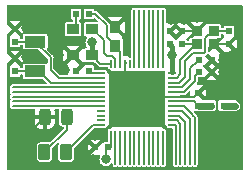
<source format=gbr>
%TF.GenerationSoftware,KiCad,Pcbnew,7.0.7*%
%TF.CreationDate,2023-11-20T17:20:15+01:00*%
%TF.ProjectId,nRF52832_qfaa_dcdc,6e524635-3238-4333-925f-716661615f64,rev?*%
%TF.SameCoordinates,Original*%
%TF.FileFunction,Copper,L1,Top*%
%TF.FilePolarity,Positive*%
%FSLAX46Y46*%
G04 Gerber Fmt 4.6, Leading zero omitted, Abs format (unit mm)*
G04 Created by KiCad (PCBNEW 7.0.7) date 2023-11-20 17:20:15*
%MOMM*%
%LPD*%
G01*
G04 APERTURE LIST*
G04 Aperture macros list*
%AMRoundRect*
0 Rectangle with rounded corners*
0 $1 Rounding radius*
0 $2 $3 $4 $5 $6 $7 $8 $9 X,Y pos of 4 corners*
0 Add a 4 corners polygon primitive as box body*
4,1,4,$2,$3,$4,$5,$6,$7,$8,$9,$2,$3,0*
0 Add four circle primitives for the rounded corners*
1,1,$1+$1,$2,$3*
1,1,$1+$1,$4,$5*
1,1,$1+$1,$6,$7*
1,1,$1+$1,$8,$9*
0 Add four rect primitives between the rounded corners*
20,1,$1+$1,$2,$3,$4,$5,0*
20,1,$1+$1,$4,$5,$6,$7,0*
20,1,$1+$1,$6,$7,$8,$9,0*
20,1,$1+$1,$8,$9,$2,$3,0*%
G04 Aperture macros list end*
%TA.AperFunction,SMDPad,CuDef*%
%ADD10RoundRect,0.250000X-0.262500X-0.450000X0.262500X-0.450000X0.262500X0.450000X-0.262500X0.450000X0*%
%TD*%
%TA.AperFunction,SMDPad,CuDef*%
%ADD11RoundRect,0.243750X-0.243750X-0.456250X0.243750X-0.456250X0.243750X0.456250X-0.243750X0.456250X0*%
%TD*%
%TA.AperFunction,ComponentPad*%
%ADD12C,0.908000*%
%TD*%
%TA.AperFunction,SMDPad,CuDef*%
%ADD13R,4.700000X4.700000*%
%TD*%
%TA.AperFunction,SMDPad,CuDef*%
%ADD14RoundRect,0.030000X-0.070000X0.295000X-0.070000X-0.295000X0.070000X-0.295000X0.070000X0.295000X0*%
%TD*%
%TA.AperFunction,SMDPad,CuDef*%
%ADD15RoundRect,0.030000X0.295000X0.070000X-0.295000X0.070000X-0.295000X-0.070000X0.295000X-0.070000X0*%
%TD*%
%TA.AperFunction,SMDPad,CuDef*%
%ADD16RoundRect,0.030000X0.070000X-0.295000X0.070000X0.295000X-0.070000X0.295000X-0.070000X-0.295000X0*%
%TD*%
%TA.AperFunction,SMDPad,CuDef*%
%ADD17RoundRect,0.030000X-0.295000X-0.070000X0.295000X-0.070000X0.295000X0.070000X-0.295000X0.070000X0*%
%TD*%
%TA.AperFunction,SMDPad,CuDef*%
%ADD18R,0.950000X0.850000*%
%TD*%
%TA.AperFunction,SMDPad,CuDef*%
%ADD19R,0.600000X0.600000*%
%TD*%
%TA.AperFunction,SMDPad,CuDef*%
%ADD20R,1.050000X0.900000*%
%TD*%
%TA.AperFunction,SMDPad,CuDef*%
%ADD21R,0.900000X1.050000*%
%TD*%
%TA.AperFunction,SMDPad,CuDef*%
%ADD22R,1.800000X1.000000*%
%TD*%
%TA.AperFunction,ViaPad*%
%ADD23C,0.800000*%
%TD*%
%TA.AperFunction,Conductor*%
%ADD24C,0.200000*%
%TD*%
%TA.AperFunction,Conductor*%
%ADD25C,0.600000*%
%TD*%
%TA.AperFunction,Conductor*%
%ADD26C,0.400000*%
%TD*%
%TA.AperFunction,Conductor*%
%ADD27C,0.150000*%
%TD*%
G04 APERTURE END LIST*
D10*
%TO.P,R1,1*%
%TO.N,Net-(D1-A)*%
X141685000Y-110490000D03*
%TO.P,R1,2*%
%TO.N,/P0.10*%
X143510000Y-110490000D03*
%TD*%
D11*
%TO.P,D1,1,K*%
%TO.N,GND*%
X141700000Y-107495000D03*
%TO.P,D1,2,A*%
%TO.N,Net-(D1-A)*%
X143575000Y-107495000D03*
%TD*%
D12*
%TO.P,U1,PAD@VIA16,VSS@45*%
%TO.N,GND*%
X151301100Y-107803600D03*
%TO.P,U1,PAD@VIA15,VSS@45*%
X151301100Y-106603600D03*
%TO.P,U1,PAD@VIA14,VSS@45*%
X151301100Y-105403600D03*
%TO.P,U1,PAD@VIA13,VSS@45*%
X151301100Y-104203600D03*
%TO.P,U1,PAD@VIA12,VSS@45*%
X150101100Y-107803600D03*
%TO.P,U1,PAD@VIA11,VSS@45*%
X150101100Y-106603600D03*
%TO.P,U1,PAD@VIA10,VSS@45*%
X150101100Y-105403600D03*
%TO.P,U1,PAD@VIA09,VSS@45*%
X150101100Y-104203600D03*
%TO.P,U1,PAD@VIA08,VSS@45*%
X148901100Y-107803600D03*
%TO.P,U1,PAD@VIA07,VSS@45*%
X148901100Y-106603600D03*
%TO.P,U1,PAD@VIA06,VSS@45*%
X148901100Y-105403600D03*
%TO.P,U1,PAD@VIA05,VSS@45*%
X148901100Y-104203600D03*
%TO.P,U1,PAD@VIA04,VSS@45*%
X147701100Y-107803600D03*
%TO.P,U1,PAD@VIA03,VSS@45*%
X147701100Y-106603600D03*
%TO.P,U1,PAD@VIA02,VSS@45*%
X147701100Y-105403600D03*
%TO.P,U1,PAD@VIA01,VSS@45*%
X147701100Y-104203600D03*
D13*
%TO.P,U1,PAD,VSS@45*%
X149501100Y-106003600D03*
D14*
%TO.P,U1,48,VDD@48*%
%TO.N,VCC*%
X147301100Y-103003600D03*
%TO.P,U1,47,DCC@47*%
%TO.N,Net-(U1-DCC@47)*%
X147701100Y-103003600D03*
%TO.P,U1,46,DEC4@46*%
%TO.N,/DEC4*%
X148101100Y-103003600D03*
%TO.P,U1,45,VSS@45*%
%TO.N,GND*%
X148501100Y-103003600D03*
%TO.P,U1,44,N.C.@44*%
%TO.N,unconnected-(U1-N.C.@44-Pad44)*%
X148901100Y-103003600D03*
%TO.P,U1,43,P0.31@43*%
%TO.N,/P0.31*%
X149301100Y-103003600D03*
%TO.P,U1,42,P0.30@42*%
%TO.N,/P0.30*%
X149701100Y-103003600D03*
%TO.P,U1,41,P0.29@41*%
%TO.N,/P0.29*%
X150101100Y-103003600D03*
%TO.P,U1,40,P0.28@40*%
%TO.N,/P0.28*%
X150501100Y-103003600D03*
%TO.P,U1,39,P0.27@39*%
%TO.N,/P0.27*%
X150901100Y-103003600D03*
%TO.P,U1,38,P0.26@38*%
%TO.N,/P0.26*%
X151301100Y-103003600D03*
%TO.P,U1,37,P0.25@37*%
%TO.N,/P0.25*%
X151701100Y-103003600D03*
D15*
%TO.P,U1,36,VDD@36*%
%TO.N,VCC*%
X152501100Y-103803600D03*
%TO.P,U1,35,XC2@35*%
%TO.N,Net-(U1-XC2@35)*%
X152501100Y-104203600D03*
%TO.P,U1,34,XC1@34*%
%TO.N,Net-(U1-XC1@34)*%
X152501100Y-104603600D03*
%TO.P,U1,33,DEC3@33*%
%TO.N,/DEC3*%
X152501100Y-105003600D03*
%TO.P,U1,32,DEC2@32*%
%TO.N,/DEC2*%
X152501100Y-105403600D03*
%TO.P,U1,31,VSS@31*%
%TO.N,GND*%
X152501100Y-105803600D03*
%TO.P,U1,30,ANT@30*%
%TO.N,Net-(U1-ANT@30)*%
X152501100Y-106203600D03*
%TO.P,U1,29,P0.24@29*%
%TO.N,/P0.24*%
X152501100Y-106603600D03*
%TO.P,U1,28,P0.23@28*%
%TO.N,/P0.23*%
X152501100Y-107003600D03*
%TO.P,U1,27,P0.22@27*%
%TO.N,/P0.22*%
X152501100Y-107403600D03*
%TO.P,U1,26,SWDIO@26*%
%TO.N,/SWDIO*%
X152501100Y-107803600D03*
%TO.P,U1,25,SWDCLK@25*%
%TO.N,/SWDCLK*%
X152501100Y-108203600D03*
D16*
%TO.P,U1,24,P0.21/RESET@24*%
%TO.N,/P0.21{slash}RESET*%
X151701100Y-109003600D03*
%TO.P,U1,23,P0.20@23*%
%TO.N,/P0.20*%
X151301100Y-109003600D03*
%TO.P,U1,22,P0.19@22*%
%TO.N,/P0.19*%
X150901100Y-109003600D03*
%TO.P,U1,21,P0.18/SWO@21*%
%TO.N,/P0.18{slash}SWO*%
X150501100Y-109003600D03*
%TO.P,U1,20,P0.17@20*%
%TO.N,/P0.17*%
X150101100Y-109003600D03*
%TO.P,U1,19,P0.16@19*%
%TO.N,/P0.16*%
X149701100Y-109003600D03*
%TO.P,U1,18,P0.15@18*%
%TO.N,/P0.15*%
X149301100Y-109003600D03*
%TO.P,U1,17,P0.14@17*%
%TO.N,/P0.14*%
X148901100Y-109003600D03*
%TO.P,U1,16,P0.13@16*%
%TO.N,/P0.13*%
X148501100Y-109003600D03*
%TO.P,U1,15,P0.12@15*%
%TO.N,/P0.12*%
X148101100Y-109003600D03*
%TO.P,U1,14,P0.11@14*%
%TO.N,/P0.11*%
X147701100Y-109003600D03*
%TO.P,U1,13,VDD@13*%
%TO.N,VCC*%
X147301100Y-109003600D03*
D17*
%TO.P,U1,12,P0.10/NFC2@12*%
%TO.N,/P0.10*%
X146501100Y-108203600D03*
%TO.P,U1,11,P0.09/NFC1@11*%
%TO.N,/P0.09*%
X146501100Y-107803600D03*
%TO.P,U1,10,P0.08@10*%
%TO.N,/P0.08*%
X146501100Y-107403600D03*
%TO.P,U1,9,P0.07@09*%
%TO.N,/P0.07*%
X146501100Y-107003600D03*
%TO.P,U1,8,P0.06@08*%
%TO.N,/P0.06*%
X146501100Y-106603600D03*
%TO.P,U1,7,P0.05/AIN3@07*%
%TO.N,/P0.05*%
X146501100Y-106203600D03*
%TO.P,U1,6,P0.04/AIN2@06*%
%TO.N,/P0.04*%
X146501100Y-105803600D03*
%TO.P,U1,5,P0.03/AIN1@05*%
%TO.N,/P0.03*%
X146501100Y-105403600D03*
%TO.P,U1,4,P0.02/AIN0@04*%
%TO.N,/P0.02*%
X146501100Y-105003600D03*
%TO.P,U1,3,P0.01/XL2@03*%
%TO.N,/P0.01{slash}XL2*%
X146501100Y-104603600D03*
%TO.P,U1,2,P0.00/XL1@02*%
%TO.N,/P0.00{slash}XL1*%
X146501100Y-104203600D03*
%TO.P,U1,1,DEC1@01*%
%TO.N,/DEC1*%
X146501100Y-103803600D03*
%TD*%
D18*
%TO.P,X1,4,4*%
%TO.N,GND*%
X156026100Y-101378600D03*
%TO.P,X1,3,3*%
%TO.N,Net-(U1-XC2@35)*%
X154576100Y-101378600D03*
%TO.P,X1,2,2*%
%TO.N,GND*%
X154576100Y-100228600D03*
%TO.P,X1,1,1*%
%TO.N,Net-(U1-XC1@34)*%
X156026100Y-100228600D03*
%TD*%
D19*
%TO.P,L1,2,2*%
%TO.N,/RF*%
X156851100Y-106553600D03*
%TO.P,L1,1,1*%
%TO.N,Net-(U1-ANT@30)*%
X155751100Y-106553600D03*
%TD*%
%TO.P,C2,2,2*%
%TO.N,GND*%
X153301100Y-100253600D03*
%TO.P,C2,1,1*%
%TO.N,Net-(U1-XC2@35)*%
X153301100Y-101353600D03*
%TD*%
%TO.P,C1,2,2*%
%TO.N,GND*%
X157301100Y-101353600D03*
%TO.P,C1,1,1*%
%TO.N,Net-(U1-XC1@34)*%
X157301100Y-100253600D03*
%TD*%
%TO.P,C3,2,2*%
%TO.N,GND*%
X154701100Y-105453600D03*
%TO.P,C3,1,1*%
%TO.N,Net-(U1-ANT@30)*%
X154701100Y-106553600D03*
%TD*%
%TO.P,C4,2,2*%
%TO.N,GND*%
X144351100Y-103603600D03*
%TO.P,C4,1,1*%
%TO.N,/DEC1*%
X145451100Y-103603600D03*
%TD*%
%TO.P,C5,2,2*%
%TO.N,GND*%
X146001100Y-110103600D03*
%TO.P,C5,1,1*%
%TO.N,VCC*%
X147101100Y-110103600D03*
%TD*%
%TO.P,C8,2,2*%
%TO.N,GND*%
X152301100Y-100253600D03*
%TO.P,C8,1,1*%
%TO.N,VCC*%
X152301100Y-101353600D03*
%TD*%
%TO.P,C6,2,2*%
%TO.N,GND*%
X155851100Y-103703600D03*
%TO.P,C6,1,1*%
%TO.N,/DEC2*%
X154751100Y-103703600D03*
%TD*%
%TO.P,C7,2,2*%
%TO.N,GND*%
X155851100Y-102703600D03*
%TO.P,C7,1,1*%
%TO.N,/DEC3*%
X154751100Y-102703600D03*
%TD*%
D20*
%TO.P,C9,2,2*%
%TO.N,GND*%
X144101100Y-102303600D03*
%TO.P,C9,1,1*%
%TO.N,VCC*%
X145701100Y-102303600D03*
%TD*%
D21*
%TO.P,C10,2,2*%
%TO.N,GND*%
X147701100Y-99903600D03*
%TO.P,C10,1,1*%
%TO.N,/DEC4*%
X147701100Y-101503600D03*
%TD*%
D22*
%TO.P,X2,2,2*%
%TO.N,/P0.01{slash}XL2*%
X140901100Y-103653600D03*
%TO.P,X2,1,1*%
%TO.N,/P0.00{slash}XL1*%
X140901100Y-101153600D03*
%TD*%
D19*
%TO.P,C11,2,2*%
%TO.N,/P0.00{slash}XL1*%
X139201100Y-101153600D03*
%TO.P,C11,1,1*%
%TO.N,GND*%
X139201100Y-100053600D03*
%TD*%
%TO.P,C12,2,2*%
%TO.N,/P0.01{slash}XL2*%
X139201100Y-103653600D03*
%TO.P,C12,1,1*%
%TO.N,GND*%
X139201100Y-102553600D03*
%TD*%
%TO.P,L3,2,2*%
%TO.N,/DEC4*%
X145451100Y-98803600D03*
%TO.P,L3,1,1*%
%TO.N,Net-(L2-Pad2)*%
X144351100Y-98803600D03*
%TD*%
D20*
%TO.P,L2,2,2*%
%TO.N,Net-(L2-Pad2)*%
X144101100Y-100103600D03*
%TO.P,L2,1,1*%
%TO.N,Net-(U1-DCC@47)*%
X145701100Y-100103600D03*
%TD*%
D23*
%TO.N,VCC*%
X152501100Y-102303600D03*
X145701100Y-101203600D03*
X146901100Y-111103600D03*
%TO.N,GND*%
X139401100Y-109103600D03*
X139401100Y-111103600D03*
X144901100Y-110103600D03*
X155201100Y-111103600D03*
X157601100Y-111103600D03*
X155201100Y-108303600D03*
X157601100Y-98903600D03*
X143301100Y-98903600D03*
X139401100Y-98903600D03*
X157101100Y-105603600D03*
X157101100Y-107603600D03*
X146001100Y-109103600D03*
X145801100Y-111103600D03*
X153501100Y-99303600D03*
X154601100Y-99103600D03*
X157601100Y-102303600D03*
X143401100Y-103503600D03*
X156801100Y-103703600D03*
X156801100Y-102703600D03*
X152401100Y-99303600D03*
X142901100Y-102303600D03*
X140101100Y-100003600D03*
X140101100Y-102403600D03*
%TD*%
D24*
%TO.N,GND*%
X141700000Y-107495000D02*
X140091400Y-109103600D01*
X140091400Y-109103600D02*
X139401100Y-109103600D01*
%TO.N,Net-(D1-A)*%
X143575000Y-107495000D02*
X143575000Y-108600000D01*
X143575000Y-108600000D02*
X141685000Y-110490000D01*
%TO.N,/P0.10*%
X145796400Y-108203600D02*
X143510000Y-110490000D01*
X146501100Y-108203600D02*
X145796400Y-108203600D01*
%TO.N,Net-(U1-DCC@47)*%
X146701100Y-101003600D02*
X145701100Y-100103600D01*
X146701100Y-102103600D02*
X146701100Y-101003600D01*
X146951100Y-102353600D02*
X146701100Y-102103600D01*
X147401100Y-102353600D02*
X146951100Y-102353600D01*
X147701100Y-102603600D02*
X147401100Y-102353600D01*
X147701100Y-103003600D02*
X147701100Y-102603600D01*
%TO.N,Net-(L2-Pad2)*%
X144351100Y-100103600D02*
X144101100Y-100103600D01*
X144351100Y-98803600D02*
X144351100Y-100103600D01*
D25*
%TO.N,/RF*%
X156851100Y-106553600D02*
X157801100Y-106553600D01*
D26*
%TO.N,VCC*%
X145701100Y-101203600D02*
X145701100Y-102303600D01*
X152501100Y-101553600D02*
X152501100Y-102303600D01*
X152301100Y-101353600D02*
X152501100Y-101553600D01*
D24*
X146901100Y-110103600D02*
X146901100Y-111103600D01*
X147101100Y-110103600D02*
X146901100Y-110103600D01*
X147301100Y-110103600D02*
X147101100Y-110103600D01*
X147301100Y-109003600D02*
X147301100Y-110103600D01*
D26*
X152501100Y-102303600D02*
X152501100Y-103703600D01*
D24*
X152501100Y-103803600D02*
X152501100Y-103703600D01*
X146401100Y-103003600D02*
X145701100Y-102303600D01*
X147301100Y-103003600D02*
X146401100Y-103003600D01*
%TO.N,/SWDIO*%
X153201100Y-108103600D02*
X153201100Y-111503600D01*
X152901100Y-107803600D02*
X153201100Y-108103600D01*
X152501100Y-107803600D02*
X152901100Y-107803600D01*
%TO.N,/SWDCLK*%
X152801100Y-108303600D02*
X152801100Y-111503600D01*
X152701100Y-108203600D02*
X152801100Y-108303600D01*
X152501100Y-108203600D02*
X152701100Y-108203600D01*
%TO.N,/P0.01{slash}XL2*%
X142201100Y-104603600D02*
X146501100Y-104603600D01*
X141501100Y-103903600D02*
X142201100Y-104603600D01*
X141151100Y-103903600D02*
X141501100Y-103903600D01*
X140901100Y-103653600D02*
X141151100Y-103903600D01*
X140901100Y-103653600D02*
X139201100Y-103653600D01*
%TO.N,/P0.00{slash}XL1*%
X142201100Y-102453600D02*
X140901100Y-101153600D01*
X142201100Y-103503600D02*
X142201100Y-102453600D01*
X142901100Y-104203600D02*
X142201100Y-103503600D01*
X146501100Y-104203600D02*
X142901100Y-104203600D01*
X140901100Y-101153600D02*
X139201100Y-101153600D01*
%TO.N,/P0.21{slash}RESET*%
X151701100Y-109003600D02*
X151701100Y-111503600D01*
%TO.N,/P0.20*%
X151301100Y-109003600D02*
X151301100Y-111503600D01*
%TO.N,/P0.19*%
X150901100Y-109003600D02*
X150901100Y-111503600D01*
%TO.N,/P0.18{slash}SWO*%
X150501100Y-109003600D02*
X150501100Y-111503600D01*
%TO.N,/P0.17*%
X150101100Y-109003600D02*
X150101100Y-111503600D01*
%TO.N,/P0.16*%
X149701100Y-109003600D02*
X149701100Y-111503600D01*
%TO.N,/P0.15*%
X149301100Y-109003600D02*
X149301100Y-111503600D01*
%TO.N,/P0.14*%
X148901100Y-109003600D02*
X148901100Y-111503600D01*
%TO.N,/P0.13*%
X148501100Y-109003600D02*
X148501100Y-111503600D01*
%TO.N,/P0.12*%
X148101100Y-109003600D02*
X148101100Y-111503600D01*
%TO.N,/P0.11*%
X147701100Y-109003600D02*
X147701100Y-111503600D01*
%TO.N,/P0.06*%
X146501100Y-106603600D02*
X139001100Y-106603600D01*
%TO.N,/P0.05*%
X146501100Y-106203600D02*
X139001100Y-106203600D01*
%TO.N,/P0.04*%
X146501100Y-105803600D02*
X139001100Y-105803600D01*
%TO.N,/P0.03*%
X146501100Y-105403600D02*
X139001100Y-105403600D01*
%TO.N,/P0.02*%
X146501100Y-105003600D02*
X139001100Y-105003600D01*
%TO.N,/P0.22*%
X153601100Y-107903600D02*
X153601100Y-111503600D01*
X153101100Y-107403600D02*
X153601100Y-107903600D01*
X152501100Y-107403600D02*
X153101100Y-107403600D01*
%TO.N,/P0.23*%
X154001100Y-107703600D02*
X154001100Y-111503600D01*
X153401100Y-107103600D02*
X154001100Y-107703600D01*
X153301100Y-107003600D02*
X152501100Y-107003600D01*
X153401100Y-107103600D02*
X153301100Y-107003600D01*
%TO.N,/P0.24*%
X154401100Y-107503600D02*
X154401100Y-111503600D01*
X154301100Y-107403600D02*
X154401100Y-107503600D01*
X154201100Y-107303600D02*
X154301100Y-107403600D01*
X153501100Y-106603600D02*
X154201100Y-107303600D01*
X152501100Y-106603600D02*
X153501100Y-106603600D01*
%TO.N,/P0.25*%
X151701100Y-103003600D02*
X151701100Y-98503600D01*
%TO.N,/P0.26*%
X151301100Y-103003600D02*
X151301100Y-98503600D01*
%TO.N,/P0.27*%
X150901100Y-103003600D02*
X150901100Y-98503600D01*
%TO.N,/P0.28*%
X150501100Y-103003600D02*
X150501100Y-98503600D01*
%TO.N,/P0.29*%
X150101100Y-103003600D02*
X150101100Y-98503600D01*
%TO.N,/P0.30*%
X149701100Y-103003600D02*
X149701100Y-98503600D01*
%TO.N,/P0.31*%
X149301100Y-103003600D02*
X149301100Y-98503600D01*
D27*
%TO.N,Net-(U1-XC1@34)*%
X155926100Y-100228600D02*
X156026100Y-100228600D01*
X155301100Y-100853600D02*
X155926100Y-100228600D01*
X155301100Y-102003600D02*
X155301100Y-100853600D01*
D24*
X155201100Y-102103600D02*
X155301100Y-102003600D01*
X154301100Y-102103600D02*
X155201100Y-102103600D01*
X153601100Y-102803600D02*
X154301100Y-102103600D01*
X153601100Y-103303600D02*
X153601100Y-102803600D01*
X153601100Y-104103600D02*
X153601100Y-103303600D01*
X153501100Y-104203600D02*
X153601100Y-104103600D01*
X153101100Y-104603600D02*
X153501100Y-104203600D01*
X152501100Y-104603600D02*
X153101100Y-104603600D01*
X156051100Y-100253600D02*
X156026100Y-100228600D01*
X157301100Y-100253600D02*
X156051100Y-100253600D01*
%TO.N,Net-(U1-XC2@35)*%
X153201100Y-102653600D02*
X154501100Y-101353600D01*
X153201100Y-103103600D02*
X153201100Y-102653600D01*
X154551100Y-101353600D02*
X154576100Y-101378600D01*
X154501100Y-101353600D02*
X154551100Y-101353600D01*
X153301100Y-101353600D02*
X154501100Y-101353600D01*
X153201100Y-103903600D02*
X153201100Y-103103600D01*
X152901100Y-104203600D02*
X153201100Y-103903600D01*
X152501100Y-104203600D02*
X152901100Y-104203600D01*
%TO.N,Net-(U1-ANT@30)*%
X154751100Y-106553600D02*
X154701100Y-106553600D01*
D25*
X155751100Y-106553600D02*
X154751100Y-106553600D01*
D24*
X154351100Y-106203600D02*
X154701100Y-106553600D01*
X152501100Y-106203600D02*
X154351100Y-106203600D01*
%TO.N,/DEC2*%
X154401100Y-104053600D02*
X154751100Y-103703600D01*
X154401100Y-104303600D02*
X154401100Y-104053600D01*
X154401100Y-104503600D02*
X154401100Y-104303600D01*
X154101100Y-104803600D02*
X154401100Y-104503600D01*
X153501100Y-105403600D02*
X154101100Y-104803600D01*
X152501100Y-105403600D02*
X153501100Y-105403600D01*
%TO.N,/DEC3*%
X154651100Y-102753600D02*
X154751100Y-102703600D01*
X154001100Y-103403600D02*
X154651100Y-102753600D01*
X154001100Y-104303600D02*
X154001100Y-103403600D01*
X153701100Y-104603600D02*
X154001100Y-104303600D01*
X153301100Y-105003600D02*
X153701100Y-104603600D01*
X152501100Y-105003600D02*
X153301100Y-105003600D01*
%TO.N,/DEC4*%
X146951100Y-100753600D02*
X147701100Y-101503600D01*
X146951100Y-100553600D02*
X146951100Y-100753600D01*
X146951100Y-99753600D02*
X146951100Y-100553600D01*
X146001100Y-98803600D02*
X146951100Y-99753600D01*
X145451100Y-98803600D02*
X146001100Y-98803600D01*
X148101100Y-102003600D02*
X147701100Y-101503600D01*
X148101100Y-103003600D02*
X148101100Y-102003600D01*
%TO.N,/DEC1*%
X145651100Y-103803600D02*
X145451100Y-103603600D01*
X146501100Y-103803600D02*
X145651100Y-103803600D01*
%TO.N,GND*%
X144351100Y-102553600D02*
X144101100Y-102303600D01*
X154551100Y-100253600D02*
X154576100Y-100228600D01*
X153301100Y-100253600D02*
X154551100Y-100253600D01*
X156051100Y-101353600D02*
X156026100Y-101378600D01*
X157301100Y-101353600D02*
X156051100Y-101353600D01*
X154351100Y-105803600D02*
X154701100Y-105453600D01*
X152501100Y-105803600D02*
X154351100Y-105803600D01*
X148501100Y-103003600D02*
X148501100Y-104203600D01*
X149345809Y-105983155D02*
X149501100Y-106003600D01*
X149201100Y-105923215D02*
X149345809Y-105983155D01*
X149076836Y-105827864D02*
X149201100Y-105923215D01*
X148981485Y-105703600D02*
X149076836Y-105827864D01*
X148921545Y-105558891D02*
X148981485Y-105703600D01*
X148901100Y-105403600D02*
X148921545Y-105558891D01*
X148901100Y-105403600D02*
X148901100Y-105403600D01*
X147701100Y-107803600D02*
X147701100Y-106603600D01*
X151301100Y-107803600D02*
X150101100Y-107803600D01*
X147701100Y-107803600D02*
X148901100Y-107803600D01*
X150101100Y-106603600D02*
X151301100Y-106603600D01*
X148901100Y-106603600D02*
X150101100Y-106603600D01*
X147701100Y-106603600D02*
X148901100Y-106603600D01*
X151301100Y-106603600D02*
X151301100Y-107803600D01*
X151406872Y-106418955D02*
X151301100Y-106603600D01*
X151399410Y-106310731D02*
X151406872Y-106418955D01*
X151351100Y-106213600D02*
X151399410Y-106310731D01*
X151351100Y-106213600D02*
X151351100Y-106213600D01*
X151351100Y-105813600D02*
X151351100Y-106213600D01*
X151301100Y-104203600D02*
X151301100Y-105403600D01*
X150101100Y-105403600D02*
X151301100Y-105403600D01*
X148901100Y-105403600D02*
X150101100Y-105403600D01*
X147701100Y-105403600D02*
X148901100Y-105403600D01*
X150101100Y-104203600D02*
X151301100Y-104203600D01*
X148901100Y-104203600D02*
X150101100Y-104203600D01*
X148501100Y-104203600D02*
X148901100Y-104203600D01*
X147701100Y-104203600D02*
X148501100Y-104203600D01*
X148686750Y-104181087D02*
X148901100Y-104203600D01*
X148602267Y-104110835D02*
X148686750Y-104181087D01*
X148551100Y-104013600D02*
X148602267Y-104110835D01*
X148551100Y-104013600D02*
X148551100Y-104013600D01*
X151241186Y-105618955D02*
X151301100Y-105403600D01*
X151276784Y-105727209D02*
X151241186Y-105618955D01*
X151351100Y-105813600D02*
X151276784Y-105727209D01*
X151351100Y-105813600D02*
X151351100Y-105813600D01*
X152501100Y-105803600D02*
X151351100Y-105813600D01*
%TD*%
%TA.AperFunction,Conductor*%
%TO.N,GND*%
G36*
X154019545Y-105325893D02*
G01*
X154048579Y-105367357D01*
X154051100Y-105386510D01*
X154051100Y-105786817D01*
X154061012Y-105854849D01*
X154061755Y-105857252D01*
X154061655Y-105859263D01*
X154061841Y-105860536D01*
X154061591Y-105860572D01*
X154059258Y-105907809D01*
X154024847Y-105944933D01*
X153991054Y-105953100D01*
X153250100Y-105953100D01*
X153202534Y-105935787D01*
X153177224Y-105891950D01*
X153176100Y-105879100D01*
X153176099Y-105728100D01*
X153193411Y-105680534D01*
X153237249Y-105655224D01*
X153250099Y-105654100D01*
X153469138Y-105654100D01*
X153483574Y-105655521D01*
X153501100Y-105659008D01*
X153598841Y-105639566D01*
X153628636Y-105619657D01*
X153681701Y-105584201D01*
X153691633Y-105569334D01*
X153700827Y-105558131D01*
X153924776Y-105334182D01*
X153970650Y-105312792D01*
X154019545Y-105325893D01*
G37*
%TD.AperFunction*%
%TA.AperFunction,Conductor*%
G36*
X148619045Y-102830713D02*
G01*
X148648079Y-102872178D01*
X148650600Y-102891330D01*
X148650600Y-102964868D01*
X148633287Y-103012434D01*
X148628926Y-103017194D01*
X148553425Y-103092694D01*
X148507548Y-103114086D01*
X148458654Y-103100985D01*
X148448773Y-103092694D01*
X148412004Y-103055925D01*
X148390612Y-103010049D01*
X148403713Y-102961154D01*
X148412004Y-102951273D01*
X148524274Y-102839004D01*
X148570151Y-102817612D01*
X148619045Y-102830713D01*
G37*
%TD.AperFunction*%
%TA.AperFunction,Conductor*%
G36*
X158449166Y-98046413D02*
G01*
X158474476Y-98090250D01*
X158475600Y-98103100D01*
X158475600Y-111904100D01*
X158458287Y-111951666D01*
X158414450Y-111976976D01*
X158401600Y-111978100D01*
X138600600Y-111978100D01*
X138553034Y-111960787D01*
X138527724Y-111916950D01*
X138526600Y-111904100D01*
X138526600Y-107670000D01*
X140862501Y-107670000D01*
X140862501Y-107990161D01*
X140877782Y-108106247D01*
X140877783Y-108106251D01*
X140937610Y-108250686D01*
X141032783Y-108374716D01*
X141156812Y-108469888D01*
X141301250Y-108529717D01*
X141417338Y-108544999D01*
X141524999Y-108544999D01*
X141525000Y-108544998D01*
X141525000Y-107670000D01*
X141875000Y-107670000D01*
X141875000Y-108544999D01*
X141982661Y-108544999D01*
X142098747Y-108529717D01*
X142098751Y-108529716D01*
X142243186Y-108469889D01*
X142367216Y-108374716D01*
X142462388Y-108250687D01*
X142522217Y-108106249D01*
X142537500Y-107990161D01*
X142537500Y-107670000D01*
X141875000Y-107670000D01*
X141525000Y-107670000D01*
X140862501Y-107670000D01*
X138526600Y-107670000D01*
X138526600Y-106603600D01*
X138745692Y-106603600D01*
X138765134Y-106701340D01*
X138820499Y-106784201D01*
X138903360Y-106839566D01*
X138976426Y-106854100D01*
X140797306Y-106854100D01*
X140844872Y-106871413D01*
X140870182Y-106915250D01*
X140870673Y-106937759D01*
X140862500Y-106999838D01*
X140862500Y-107320000D01*
X142537499Y-107320000D01*
X142537499Y-106999838D01*
X142529327Y-106937758D01*
X142540284Y-106888339D01*
X142580443Y-106857525D01*
X142602694Y-106854100D01*
X142874688Y-106854100D01*
X142922254Y-106871413D01*
X142947564Y-106915250D01*
X142947777Y-106939676D01*
X142937000Y-107007723D01*
X142937000Y-107982276D01*
X142951622Y-108074598D01*
X143008318Y-108185871D01*
X143096628Y-108274181D01*
X143147211Y-108299954D01*
X143207902Y-108330878D01*
X143262076Y-108339458D01*
X143306348Y-108363998D01*
X143324489Y-108411255D01*
X143324500Y-108412547D01*
X143324500Y-108465586D01*
X143307187Y-108513152D01*
X143302826Y-108517912D01*
X142172814Y-109647924D01*
X142126938Y-109669316D01*
X142086892Y-109661532D01*
X142072805Y-109654354D01*
X141979019Y-109639500D01*
X141390980Y-109639500D01*
X141297195Y-109654353D01*
X141297193Y-109654354D01*
X141184157Y-109711950D01*
X141094451Y-109801656D01*
X141036853Y-109914698D01*
X141022000Y-110008480D01*
X141022000Y-110971519D01*
X141036853Y-111065304D01*
X141036854Y-111065306D01*
X141078620Y-111147274D01*
X141094450Y-111178342D01*
X141184158Y-111268050D01*
X141297196Y-111325646D01*
X141390981Y-111340500D01*
X141979018Y-111340499D01*
X141979019Y-111340499D01*
X142072804Y-111325646D01*
X142072806Y-111325645D01*
X142074919Y-111324567D01*
X142185842Y-111268050D01*
X142275550Y-111178342D01*
X142333146Y-111065304D01*
X142348000Y-110971519D01*
X142347999Y-110211911D01*
X142365312Y-110164346D01*
X142369662Y-110159597D01*
X142788378Y-109740881D01*
X142834253Y-109719490D01*
X142883148Y-109732591D01*
X142912182Y-109774055D01*
X142907770Y-109824482D01*
X142906638Y-109826803D01*
X142861853Y-109914698D01*
X142847000Y-110008480D01*
X142847000Y-110971519D01*
X142861853Y-111065304D01*
X142861854Y-111065306D01*
X142903620Y-111147274D01*
X142919450Y-111178342D01*
X143009158Y-111268050D01*
X143122196Y-111325646D01*
X143215981Y-111340500D01*
X143804018Y-111340499D01*
X143804019Y-111340499D01*
X143897804Y-111325646D01*
X143897806Y-111325645D01*
X143899919Y-111324568D01*
X144010842Y-111268050D01*
X144100550Y-111178342D01*
X144158146Y-111065304D01*
X144173000Y-110971519D01*
X144173000Y-110744787D01*
X145607399Y-110744787D01*
X145667881Y-110753599D01*
X146336996Y-110753599D01*
X146336996Y-110754404D01*
X146382886Y-110767433D01*
X146411301Y-110809325D01*
X146407913Y-110855732D01*
X146364769Y-110959891D01*
X146345850Y-111103599D01*
X146364769Y-111247308D01*
X146403370Y-111340499D01*
X146420239Y-111381225D01*
X146508479Y-111496221D01*
X146623475Y-111584461D01*
X146757391Y-111639930D01*
X146901100Y-111658850D01*
X147044809Y-111639930D01*
X147178725Y-111584461D01*
X147293721Y-111496221D01*
X147317893Y-111464719D01*
X147360583Y-111437522D01*
X147410769Y-111444129D01*
X147444967Y-111481449D01*
X147450600Y-111509768D01*
X147450600Y-111528274D01*
X147465133Y-111601340D01*
X147465134Y-111601340D01*
X147503559Y-111658849D01*
X147520499Y-111684201D01*
X147603360Y-111739566D01*
X147701100Y-111759008D01*
X147798840Y-111739566D01*
X147859990Y-111698707D01*
X147909156Y-111686677D01*
X147942208Y-111698706D01*
X148003360Y-111739566D01*
X148101100Y-111759008D01*
X148198840Y-111739566D01*
X148259990Y-111698707D01*
X148309156Y-111686677D01*
X148342208Y-111698706D01*
X148403360Y-111739566D01*
X148501100Y-111759008D01*
X148598840Y-111739566D01*
X148659990Y-111698707D01*
X148709156Y-111686677D01*
X148742208Y-111698706D01*
X148803360Y-111739566D01*
X148901100Y-111759008D01*
X148998840Y-111739566D01*
X149059990Y-111698707D01*
X149109156Y-111686677D01*
X149142208Y-111698706D01*
X149203360Y-111739566D01*
X149301100Y-111759008D01*
X149398840Y-111739566D01*
X149459990Y-111698707D01*
X149509156Y-111686677D01*
X149542208Y-111698706D01*
X149603360Y-111739566D01*
X149701100Y-111759008D01*
X149798840Y-111739566D01*
X149859990Y-111698707D01*
X149909156Y-111686677D01*
X149942208Y-111698706D01*
X150003360Y-111739566D01*
X150101100Y-111759008D01*
X150198840Y-111739566D01*
X150259990Y-111698707D01*
X150309156Y-111686677D01*
X150342208Y-111698706D01*
X150403360Y-111739566D01*
X150501100Y-111759008D01*
X150598840Y-111739566D01*
X150659990Y-111698707D01*
X150709156Y-111686677D01*
X150742208Y-111698706D01*
X150803360Y-111739566D01*
X150901100Y-111759008D01*
X150998840Y-111739566D01*
X151059990Y-111698707D01*
X151109156Y-111686677D01*
X151142208Y-111698706D01*
X151203360Y-111739566D01*
X151301100Y-111759008D01*
X151398840Y-111739566D01*
X151459990Y-111698707D01*
X151509156Y-111686677D01*
X151542208Y-111698706D01*
X151603360Y-111739566D01*
X151701100Y-111759008D01*
X151798840Y-111739566D01*
X151881701Y-111684201D01*
X151937066Y-111601340D01*
X151951600Y-111528274D01*
X151951600Y-108978926D01*
X151951600Y-108972968D01*
X151951599Y-108972954D01*
X151951599Y-108690827D01*
X151951599Y-108690824D01*
X151941127Y-108638172D01*
X151901233Y-108578467D01*
X151841528Y-108538573D01*
X151841518Y-108538571D01*
X151797455Y-108529806D01*
X151759567Y-108509554D01*
X149501100Y-106251087D01*
X147242629Y-108509556D01*
X147204738Y-108529808D01*
X147160673Y-108538571D01*
X147100968Y-108578466D01*
X147100966Y-108578468D01*
X147061073Y-108638171D01*
X147050600Y-108690823D01*
X147050600Y-109579100D01*
X147033287Y-109626666D01*
X146989450Y-109651976D01*
X146976600Y-109653100D01*
X146786280Y-109653100D01*
X146771646Y-109656011D01*
X146742376Y-109661833D01*
X146691178Y-109696042D01*
X146644794Y-109707391D01*
X146001100Y-110351087D01*
X145607399Y-110744787D01*
X144173000Y-110744787D01*
X144172999Y-110436810D01*
X145351100Y-110436810D01*
X145351102Y-110436824D01*
X145359912Y-110497299D01*
X145753612Y-110103599D01*
X145359912Y-109709899D01*
X145351100Y-109770376D01*
X145351100Y-110436810D01*
X144172999Y-110436810D01*
X144172999Y-110211910D01*
X144190312Y-110164345D01*
X144194661Y-110159597D01*
X144891846Y-109462412D01*
X145607399Y-109462412D01*
X146001099Y-109856112D01*
X146394799Y-109462412D01*
X146334318Y-109453600D01*
X145667889Y-109453600D01*
X145667875Y-109453602D01*
X145607399Y-109462412D01*
X144891846Y-109462412D01*
X145878485Y-108475774D01*
X145924363Y-108454382D01*
X145930812Y-108454100D01*
X146534386Y-108454100D01*
X146534394Y-108454099D01*
X146813872Y-108454099D01*
X146813876Y-108454099D01*
X146866528Y-108443627D01*
X146926233Y-108403733D01*
X146966127Y-108344028D01*
X146974893Y-108299954D01*
X146995146Y-108262065D01*
X149253613Y-106003599D01*
X146995143Y-103745130D01*
X146974891Y-103707240D01*
X146966127Y-103663172D01*
X146966127Y-103663171D01*
X146946179Y-103633319D01*
X146926233Y-103603467D01*
X146866528Y-103563573D01*
X146813877Y-103553100D01*
X146813875Y-103553100D01*
X145975600Y-103553100D01*
X145928034Y-103535787D01*
X145902724Y-103491950D01*
X145901600Y-103479100D01*
X145901600Y-103288780D01*
X145896895Y-103265129D01*
X145892867Y-103244878D01*
X145859604Y-103195096D01*
X145843298Y-103184201D01*
X145809822Y-103161833D01*
X145791191Y-103158127D01*
X145765920Y-103153100D01*
X145136280Y-103153100D01*
X145121645Y-103156011D01*
X145092376Y-103161833D01*
X145041178Y-103196042D01*
X144994794Y-103207391D01*
X144403425Y-103798760D01*
X144357548Y-103820152D01*
X144308654Y-103807051D01*
X144298773Y-103798760D01*
X144155938Y-103655925D01*
X144134546Y-103610049D01*
X144147647Y-103561154D01*
X144155938Y-103551273D01*
X144628608Y-103078599D01*
X144101100Y-102551087D01*
X143548587Y-103103598D01*
X143548587Y-103103599D01*
X143641208Y-103103599D01*
X143688774Y-103120912D01*
X143714084Y-103164749D01*
X143711910Y-103199443D01*
X143711013Y-103202345D01*
X143701100Y-103270376D01*
X143701100Y-103270387D01*
X143701101Y-103879100D01*
X143683788Y-103926666D01*
X143639951Y-103951976D01*
X143627101Y-103953100D01*
X143035512Y-103953100D01*
X142987946Y-103935787D01*
X142983186Y-103931426D01*
X142473274Y-103421514D01*
X142451882Y-103375638D01*
X142451600Y-103369188D01*
X142451600Y-102786818D01*
X143226100Y-102786818D01*
X143236010Y-102854843D01*
X143236012Y-102854850D01*
X143257797Y-102899413D01*
X143853611Y-102303600D01*
X144348587Y-102303600D01*
X144944400Y-102899413D01*
X144951582Y-102884723D01*
X144988026Y-102849593D01*
X145038525Y-102846108D01*
X145060758Y-102859218D01*
X145061536Y-102858055D01*
X145067596Y-102862104D01*
X145117378Y-102895367D01*
X145161280Y-102904100D01*
X145916688Y-102904100D01*
X145964254Y-102921413D01*
X145969014Y-102925774D01*
X146201367Y-103158127D01*
X146210566Y-103169335D01*
X146220499Y-103184201D01*
X146303360Y-103239566D01*
X146376426Y-103254100D01*
X146376427Y-103254100D01*
X146401100Y-103259008D01*
X146416941Y-103255856D01*
X146418625Y-103255522D01*
X146433062Y-103254100D01*
X146977484Y-103254100D01*
X147025050Y-103271413D01*
X147050063Y-103313666D01*
X147050601Y-103316371D01*
X147050601Y-103316376D01*
X147061073Y-103369028D01*
X147100967Y-103428733D01*
X147160672Y-103468627D01*
X147204743Y-103477393D01*
X147242632Y-103497645D01*
X152007055Y-108262068D01*
X152027307Y-108299959D01*
X152036071Y-108344026D01*
X152050073Y-108364981D01*
X152075967Y-108403733D01*
X152135672Y-108443627D01*
X152188323Y-108454100D01*
X152470454Y-108454099D01*
X152470468Y-108454100D01*
X152476426Y-108454100D01*
X152476600Y-108454100D01*
X152478088Y-108454641D01*
X152480919Y-108454843D01*
X152480926Y-108454844D01*
X152480813Y-108455633D01*
X152524166Y-108471413D01*
X152549476Y-108515250D01*
X152550600Y-108528099D01*
X152550600Y-111528274D01*
X152565133Y-111601340D01*
X152565134Y-111601340D01*
X152603559Y-111658849D01*
X152620499Y-111684201D01*
X152703360Y-111739566D01*
X152801100Y-111759008D01*
X152898840Y-111739566D01*
X152959990Y-111698707D01*
X153009156Y-111686677D01*
X153042208Y-111698706D01*
X153103360Y-111739566D01*
X153201100Y-111759008D01*
X153298840Y-111739566D01*
X153359990Y-111698707D01*
X153409156Y-111686677D01*
X153442208Y-111698706D01*
X153503360Y-111739566D01*
X153601100Y-111759008D01*
X153698840Y-111739566D01*
X153759990Y-111698707D01*
X153809156Y-111686677D01*
X153842208Y-111698706D01*
X153903360Y-111739566D01*
X154001100Y-111759008D01*
X154098840Y-111739566D01*
X154159990Y-111698707D01*
X154209156Y-111686677D01*
X154242208Y-111698706D01*
X154303360Y-111739566D01*
X154401100Y-111759008D01*
X154498840Y-111739566D01*
X154581701Y-111684201D01*
X154637066Y-111601340D01*
X154651600Y-111528274D01*
X154651600Y-107535561D01*
X154653022Y-107521123D01*
X154656508Y-107503600D01*
X154637066Y-107405859D01*
X154605761Y-107359008D01*
X154581701Y-107322999D01*
X154566835Y-107313066D01*
X154555627Y-107303867D01*
X154471191Y-107219431D01*
X154471191Y-107219430D01*
X154455360Y-107203599D01*
X154382185Y-107130425D01*
X154360794Y-107084550D01*
X154373895Y-107035656D01*
X154415359Y-107006622D01*
X154434512Y-107004100D01*
X156065919Y-107004100D01*
X156065920Y-107004100D01*
X156109822Y-106995367D01*
X156159604Y-106962104D01*
X156192867Y-106912322D01*
X156201600Y-106868420D01*
X156201600Y-106612699D01*
X156203456Y-106596232D01*
X156205415Y-106587648D01*
X156205415Y-106587645D01*
X156201704Y-106538122D01*
X156201600Y-106535355D01*
X156201600Y-106519554D01*
X156396785Y-106519554D01*
X156400497Y-106569093D01*
X156400600Y-106571842D01*
X156400600Y-106868420D01*
X156403754Y-106884274D01*
X156409333Y-106912322D01*
X156426328Y-106937758D01*
X156442596Y-106962104D01*
X156492378Y-106995367D01*
X156536280Y-107004100D01*
X156536281Y-107004100D01*
X157834860Y-107004100D01*
X157834862Y-107004100D01*
X157935387Y-106988948D01*
X158057742Y-106930025D01*
X158143894Y-106850087D01*
X158157292Y-106837657D01*
X158157292Y-106837656D01*
X158157294Y-106837655D01*
X158225196Y-106720045D01*
X158255415Y-106587646D01*
X158245266Y-106452222D01*
X158195652Y-106325806D01*
X158195650Y-106325804D01*
X158195649Y-106325801D01*
X158110980Y-106219631D01*
X158110979Y-106219630D01*
X157998773Y-106143128D01*
X157869002Y-106103100D01*
X157165920Y-106103100D01*
X156536280Y-106103100D01*
X156522410Y-106105859D01*
X156492377Y-106111833D01*
X156442596Y-106145095D01*
X156442595Y-106145096D01*
X156409333Y-106194877D01*
X156400600Y-106238780D01*
X156400600Y-106494500D01*
X156398745Y-106510966D01*
X156397637Y-106515823D01*
X156396785Y-106519554D01*
X156201600Y-106519554D01*
X156201600Y-106238780D01*
X156197791Y-106219631D01*
X156192867Y-106194878D01*
X156159604Y-106145096D01*
X156156657Y-106143127D01*
X156109822Y-106111833D01*
X156109821Y-106111832D01*
X156065920Y-106103100D01*
X156065919Y-106103100D01*
X155133765Y-106103100D01*
X155086199Y-106085787D01*
X155081439Y-106081426D01*
X154505939Y-105505926D01*
X154484547Y-105460050D01*
X154486275Y-105453599D01*
X154948587Y-105453599D01*
X155342286Y-105847298D01*
X155351099Y-105786819D01*
X155351099Y-105120388D01*
X155351098Y-105120374D01*
X155342287Y-105059898D01*
X154948587Y-105453599D01*
X154486275Y-105453599D01*
X154497648Y-105411155D01*
X154505939Y-105401274D01*
X154701100Y-105206113D01*
X155094799Y-104812412D01*
X155034323Y-104803600D01*
X154640366Y-104803600D01*
X154592800Y-104786287D01*
X154567490Y-104742450D01*
X154576280Y-104692600D01*
X154578837Y-104688489D01*
X154622594Y-104622999D01*
X154637066Y-104601341D01*
X154656508Y-104503600D01*
X154653022Y-104486073D01*
X154651600Y-104471637D01*
X154651600Y-104344787D01*
X155457399Y-104344787D01*
X155517881Y-104353599D01*
X156184311Y-104353599D01*
X156184322Y-104353598D01*
X156244799Y-104344786D01*
X155851100Y-103951087D01*
X155457399Y-104344787D01*
X154651600Y-104344787D01*
X154651600Y-104228100D01*
X154668913Y-104180534D01*
X154712750Y-104155224D01*
X154725600Y-104154100D01*
X155065919Y-104154100D01*
X155065920Y-104154100D01*
X155109822Y-104145367D01*
X155159604Y-104112104D01*
X155159604Y-104112103D01*
X155161021Y-104111157D01*
X155207404Y-104099807D01*
X155603612Y-103703599D01*
X156098587Y-103703599D01*
X156492286Y-104097298D01*
X156501099Y-104036819D01*
X156501099Y-103370388D01*
X156501098Y-103370374D01*
X156492287Y-103309898D01*
X156098587Y-103703599D01*
X155603612Y-103703599D01*
X155204149Y-103304136D01*
X155174836Y-103303295D01*
X155161021Y-103296042D01*
X155114755Y-103265129D01*
X155084823Y-103224308D01*
X155086180Y-103203600D01*
X155598587Y-103203600D01*
X155851099Y-103456112D01*
X156103613Y-103203600D01*
X155851100Y-102951087D01*
X155598587Y-103203600D01*
X155086180Y-103203600D01*
X155088133Y-103173798D01*
X155114752Y-103142072D01*
X155159604Y-103112104D01*
X155159604Y-103112103D01*
X155161021Y-103111157D01*
X155207404Y-103099807D01*
X155603612Y-102703599D01*
X155327075Y-102427062D01*
X155305683Y-102381186D01*
X155318784Y-102332291D01*
X155338290Y-102313207D01*
X155381698Y-102284203D01*
X155381697Y-102284203D01*
X155381701Y-102284201D01*
X155391633Y-102269334D01*
X155400827Y-102258131D01*
X155474648Y-102184311D01*
X155520524Y-102162920D01*
X155569418Y-102176021D01*
X155579299Y-102184312D01*
X155851100Y-102456113D01*
X156492286Y-103097298D01*
X156501099Y-103036819D01*
X156501099Y-102370382D01*
X156491187Y-102302351D01*
X156470531Y-102260098D01*
X156465194Y-102209761D01*
X156493461Y-102167770D01*
X156531678Y-102153790D01*
X156534312Y-102153599D01*
X156551156Y-102151144D01*
X156026100Y-101626087D01*
X155669679Y-101982507D01*
X155623802Y-102003899D01*
X155574908Y-101990798D01*
X155545874Y-101949334D01*
X155544775Y-101944617D01*
X155541952Y-101930426D01*
X155537066Y-101905860D01*
X155537064Y-101905858D01*
X155534277Y-101899128D01*
X155535910Y-101898451D01*
X155526600Y-101867749D01*
X155526600Y-101661265D01*
X155543913Y-101613699D01*
X155548274Y-101608939D01*
X156026100Y-101131113D01*
X156331438Y-100825774D01*
X156377314Y-100804382D01*
X156383764Y-100804100D01*
X156515919Y-100804100D01*
X156515920Y-100804100D01*
X156559822Y-100795367D01*
X156609604Y-100762104D01*
X156642867Y-100712322D01*
X156651600Y-100668420D01*
X156651600Y-100578100D01*
X156668913Y-100530534D01*
X156712750Y-100505224D01*
X156725600Y-100504100D01*
X156777196Y-100504100D01*
X156824762Y-100521413D01*
X156849848Y-100564863D01*
X156849891Y-100564855D01*
X156849915Y-100564979D01*
X156850072Y-100565250D01*
X156850298Y-100566903D01*
X156859333Y-100612323D01*
X156879418Y-100642383D01*
X156891449Y-100691551D01*
X156885027Y-100714615D01*
X156880332Y-100724743D01*
X156875672Y-100770688D01*
X156861370Y-100790816D01*
X156273587Y-101378599D01*
X156273587Y-101378600D01*
X156877984Y-101982997D01*
X156899849Y-101993687D01*
X156967881Y-102003599D01*
X157634311Y-102003599D01*
X157634322Y-102003598D01*
X157694799Y-101994786D01*
X157105939Y-101405926D01*
X157084547Y-101360050D01*
X157086276Y-101353598D01*
X157548587Y-101353598D01*
X157942286Y-101747298D01*
X157951099Y-101686819D01*
X157951099Y-101020388D01*
X157951098Y-101020374D01*
X157942287Y-100959898D01*
X157548587Y-101353598D01*
X157086276Y-101353598D01*
X157097648Y-101311155D01*
X157105939Y-101301274D01*
X157301100Y-101106113D01*
X157700561Y-100706650D01*
X157701402Y-100677340D01*
X157708657Y-100663520D01*
X157709602Y-100662105D01*
X157709604Y-100662104D01*
X157742867Y-100612322D01*
X157751600Y-100568420D01*
X157751600Y-99938780D01*
X157742867Y-99894878D01*
X157709604Y-99845096D01*
X157695519Y-99835685D01*
X157659822Y-99811833D01*
X157659822Y-99811832D01*
X157615920Y-99803100D01*
X156986280Y-99803100D01*
X156964328Y-99807466D01*
X156942377Y-99811833D01*
X156892596Y-99845095D01*
X156892595Y-99845096D01*
X156859333Y-99894877D01*
X156849891Y-99942345D01*
X156848127Y-99941994D01*
X156828966Y-99981976D01*
X156782866Y-100002882D01*
X156777196Y-100003100D01*
X156725600Y-100003100D01*
X156678034Y-99985787D01*
X156652724Y-99941950D01*
X156651600Y-99929100D01*
X156651600Y-99788780D01*
X156649510Y-99778274D01*
X156642867Y-99744878D01*
X156609604Y-99695096D01*
X156585710Y-99679131D01*
X156559822Y-99661833D01*
X156550094Y-99659898D01*
X156515920Y-99653100D01*
X155536280Y-99653100D01*
X155502106Y-99659898D01*
X155492378Y-99661833D01*
X155471576Y-99675732D01*
X155422407Y-99687762D01*
X155404906Y-99679131D01*
X155377610Y-99674576D01*
X154576100Y-100476087D01*
X154270762Y-100781426D01*
X154224886Y-100802818D01*
X154218436Y-100803100D01*
X154086280Y-100803100D01*
X154064328Y-100807466D01*
X154042377Y-100811833D01*
X153992596Y-100845095D01*
X153992595Y-100845096D01*
X153959333Y-100894877D01*
X153950600Y-100938780D01*
X153950600Y-101029100D01*
X153933287Y-101076666D01*
X153889450Y-101101976D01*
X153876600Y-101103100D01*
X153825004Y-101103100D01*
X153777438Y-101085787D01*
X153752351Y-101042336D01*
X153752309Y-101042345D01*
X153752284Y-101042220D01*
X153752128Y-101041950D01*
X153751901Y-101040296D01*
X153751600Y-101038782D01*
X153751600Y-101038780D01*
X153742867Y-100994878D01*
X153739572Y-100989946D01*
X153722781Y-100964815D01*
X153710750Y-100915647D01*
X153717173Y-100892582D01*
X153721866Y-100882456D01*
X153726527Y-100836511D01*
X153740829Y-100816383D01*
X154328612Y-100228599D01*
X153724213Y-99624200D01*
X153702350Y-99613512D01*
X153634318Y-99603600D01*
X152967889Y-99603600D01*
X152967875Y-99603602D01*
X152907399Y-99612412D01*
X153496260Y-100201273D01*
X153517652Y-100247149D01*
X153504551Y-100296044D01*
X153496260Y-100305925D01*
X152901636Y-100900549D01*
X152900795Y-100929863D01*
X152893542Y-100943678D01*
X152862629Y-100989944D01*
X152821808Y-101019876D01*
X152771298Y-101016566D01*
X152739572Y-100989947D01*
X152709604Y-100945096D01*
X152709601Y-100945094D01*
X152708656Y-100943679D01*
X152697305Y-100897292D01*
X152105939Y-100305926D01*
X152084547Y-100260050D01*
X152086275Y-100253600D01*
X152548587Y-100253600D01*
X152801100Y-100506113D01*
X153053613Y-100253600D01*
X153053613Y-100253599D01*
X152801100Y-100001087D01*
X152548587Y-100253599D01*
X152548587Y-100253600D01*
X152086275Y-100253600D01*
X152097648Y-100211155D01*
X152105939Y-100201274D01*
X152301100Y-100006113D01*
X152694799Y-99612412D01*
X152634323Y-99603600D01*
X152025600Y-99603600D01*
X151978034Y-99586287D01*
X151952724Y-99542450D01*
X151951600Y-99529600D01*
X151951600Y-99456053D01*
X154051042Y-99456053D01*
X154576100Y-99981111D01*
X155101157Y-99456053D01*
X155101157Y-99456052D01*
X155084328Y-99453601D01*
X155084311Y-99453600D01*
X154067881Y-99453600D01*
X154051042Y-99456053D01*
X151951600Y-99456053D01*
X151951600Y-98478927D01*
X151944827Y-98444877D01*
X151937066Y-98405860D01*
X151881701Y-98322999D01*
X151798840Y-98267634D01*
X151701100Y-98248192D01*
X151603359Y-98267634D01*
X151542212Y-98308491D01*
X151493043Y-98320522D01*
X151459988Y-98308491D01*
X151398840Y-98267634D01*
X151301100Y-98248192D01*
X151203359Y-98267634D01*
X151142212Y-98308491D01*
X151093043Y-98320522D01*
X151059988Y-98308491D01*
X150998840Y-98267634D01*
X150901100Y-98248192D01*
X150803359Y-98267634D01*
X150742212Y-98308491D01*
X150693043Y-98320522D01*
X150659988Y-98308491D01*
X150598840Y-98267634D01*
X150501100Y-98248192D01*
X150403359Y-98267634D01*
X150342212Y-98308491D01*
X150293043Y-98320522D01*
X150259988Y-98308491D01*
X150198840Y-98267634D01*
X150101100Y-98248192D01*
X150003359Y-98267634D01*
X149942212Y-98308491D01*
X149893043Y-98320522D01*
X149859988Y-98308491D01*
X149798840Y-98267634D01*
X149701100Y-98248192D01*
X149603359Y-98267634D01*
X149542212Y-98308491D01*
X149493043Y-98320522D01*
X149459988Y-98308491D01*
X149398840Y-98267634D01*
X149301100Y-98248192D01*
X149203359Y-98267634D01*
X149120499Y-98322998D01*
X149120498Y-98322999D01*
X149065134Y-98405859D01*
X149050600Y-98478927D01*
X149050600Y-102454100D01*
X149033287Y-102501666D01*
X148989450Y-102526976D01*
X148976600Y-102528100D01*
X148955589Y-102528100D01*
X148908023Y-102510787D01*
X148903563Y-102503062D01*
X148903263Y-102503363D01*
X148794961Y-102395061D01*
X148794962Y-102395061D01*
X148681028Y-102339362D01*
X148607165Y-102328600D01*
X148425600Y-102328600D01*
X148378034Y-102311287D01*
X148352724Y-102267450D01*
X148351600Y-102254600D01*
X148351600Y-102053807D01*
X148354797Y-102033145D01*
X148354946Y-102031804D01*
X148353739Y-102017754D01*
X148351735Y-101994437D01*
X148351600Y-101991275D01*
X148351600Y-101978925D01*
X148349892Y-101970342D01*
X148349318Y-101966298D01*
X148346416Y-101932515D01*
X148344682Y-101929172D01*
X148337800Y-101909551D01*
X148337066Y-101905860D01*
X148318222Y-101877657D01*
X148316149Y-101874148D01*
X148312121Y-101866381D01*
X148310445Y-101863148D01*
X148311741Y-101862475D01*
X148301600Y-101828256D01*
X148301600Y-100963780D01*
X148297883Y-100945096D01*
X148292867Y-100919878D01*
X148259604Y-100870096D01*
X148255555Y-100864036D01*
X148257624Y-100862653D01*
X148241005Y-100827013D01*
X148254106Y-100778118D01*
X148282222Y-100754082D01*
X148296912Y-100746900D01*
X147701100Y-100151087D01*
X147453612Y-99903599D01*
X147948586Y-99903599D01*
X148501098Y-100456111D01*
X148501099Y-100456111D01*
X148501099Y-99351087D01*
X148501098Y-99351087D01*
X147948586Y-99903599D01*
X147453612Y-99903599D01*
X147154350Y-99604337D01*
X147145147Y-99593122D01*
X147131703Y-99573001D01*
X147131701Y-99573000D01*
X147131701Y-99572999D01*
X147116835Y-99563066D01*
X147105627Y-99553867D01*
X146612057Y-99060297D01*
X147105286Y-99060297D01*
X147701099Y-99656111D01*
X148296912Y-99060297D01*
X148252351Y-99038512D01*
X148184318Y-99028600D01*
X147217881Y-99028600D01*
X147149856Y-99038510D01*
X147149849Y-99038512D01*
X147105286Y-99060297D01*
X146612057Y-99060297D01*
X146200832Y-98649072D01*
X146191631Y-98637860D01*
X146181701Y-98622999D01*
X146128636Y-98587542D01*
X146098841Y-98567634D01*
X146001100Y-98548192D01*
X145989325Y-98550534D01*
X145939296Y-98542832D01*
X145905922Y-98504773D01*
X145903007Y-98492206D01*
X145902309Y-98492345D01*
X145899640Y-98478926D01*
X145892867Y-98444878D01*
X145859604Y-98395096D01*
X145809822Y-98361833D01*
X145765920Y-98353100D01*
X145136280Y-98353100D01*
X145114328Y-98357466D01*
X145092377Y-98361833D01*
X145042596Y-98395095D01*
X145042595Y-98395096D01*
X145009333Y-98444877D01*
X145009332Y-98444878D01*
X145009333Y-98444878D01*
X145000600Y-98488780D01*
X145000600Y-99118420D01*
X145009333Y-99162322D01*
X145042596Y-99212104D01*
X145092378Y-99245367D01*
X145136280Y-99254100D01*
X145136281Y-99254100D01*
X145765919Y-99254100D01*
X145765920Y-99254100D01*
X145809822Y-99245367D01*
X145859604Y-99212104D01*
X145887911Y-99169738D01*
X145928732Y-99139807D01*
X145979243Y-99143118D01*
X146001766Y-99158525D01*
X146220015Y-99376774D01*
X146241407Y-99422650D01*
X146228306Y-99471545D01*
X146186842Y-99500579D01*
X146167689Y-99503100D01*
X145161280Y-99503100D01*
X145141041Y-99507126D01*
X145117377Y-99511833D01*
X145067596Y-99545095D01*
X145067595Y-99545096D01*
X145034333Y-99594877D01*
X145032451Y-99604337D01*
X145025600Y-99638780D01*
X145025600Y-100568420D01*
X145027526Y-100578100D01*
X145034333Y-100612322D01*
X145059401Y-100649840D01*
X145067596Y-100662104D01*
X145117378Y-100695367D01*
X145161280Y-100704100D01*
X145240434Y-100704100D01*
X145288000Y-100721413D01*
X145313310Y-100765250D01*
X145304520Y-100815100D01*
X145299151Y-100823134D01*
X145239749Y-100900549D01*
X145220238Y-100925976D01*
X145164769Y-101059891D01*
X145145850Y-101203599D01*
X145164769Y-101347308D01*
X145220238Y-101481223D01*
X145220240Y-101481227D01*
X145299141Y-101584052D01*
X145314363Y-101632328D01*
X145294992Y-101679094D01*
X145250092Y-101702467D01*
X145240433Y-101703100D01*
X145161280Y-101703100D01*
X145139329Y-101707466D01*
X145117377Y-101711833D01*
X145061536Y-101749145D01*
X145060154Y-101747077D01*
X145024497Y-101763696D01*
X144975606Y-101750584D01*
X144951582Y-101722476D01*
X144944400Y-101707785D01*
X144348587Y-102303599D01*
X144348587Y-102303600D01*
X143853611Y-102303600D01*
X143853612Y-102303599D01*
X143257798Y-101707784D01*
X143257797Y-101707785D01*
X143236012Y-101752351D01*
X143226100Y-101820376D01*
X143226100Y-102786818D01*
X142451600Y-102786818D01*
X142451600Y-102485566D01*
X142453022Y-102471128D01*
X142453806Y-102467187D01*
X142456509Y-102453600D01*
X142437066Y-102355860D01*
X142395678Y-102293917D01*
X142395677Y-102293916D01*
X142381701Y-102272999D01*
X142366838Y-102263068D01*
X142355630Y-102253869D01*
X141934225Y-101832464D01*
X141912833Y-101786588D01*
X141925022Y-101739028D01*
X141942867Y-101712322D01*
X141951600Y-101668420D01*
X141951600Y-101503600D01*
X143548588Y-101503600D01*
X144101100Y-102056112D01*
X144653612Y-101503600D01*
X143548588Y-101503600D01*
X141951600Y-101503600D01*
X141951600Y-100638780D01*
X141942867Y-100594878D01*
X141925188Y-100568420D01*
X143425600Y-100568420D01*
X143427526Y-100578100D01*
X143434333Y-100612322D01*
X143459401Y-100649840D01*
X143467596Y-100662104D01*
X143517378Y-100695367D01*
X143561280Y-100704100D01*
X143561281Y-100704100D01*
X144640919Y-100704100D01*
X144640920Y-100704100D01*
X144684822Y-100695367D01*
X144734604Y-100662104D01*
X144767867Y-100612322D01*
X144776600Y-100568420D01*
X144776600Y-99638780D01*
X144767867Y-99594878D01*
X144734604Y-99545096D01*
X144711412Y-99529600D01*
X144684822Y-99511833D01*
X144661161Y-99507126D01*
X144617887Y-99480864D01*
X144601600Y-99434548D01*
X144601600Y-99327504D01*
X144618913Y-99279938D01*
X144662363Y-99254851D01*
X144662355Y-99254809D01*
X144662479Y-99254784D01*
X144662750Y-99254628D01*
X144664403Y-99254401D01*
X144665916Y-99254100D01*
X144665920Y-99254100D01*
X144709822Y-99245367D01*
X144759604Y-99212104D01*
X144792867Y-99162322D01*
X144801600Y-99118420D01*
X144801600Y-98488780D01*
X144792867Y-98444878D01*
X144759604Y-98395096D01*
X144709822Y-98361833D01*
X144665920Y-98353100D01*
X144036280Y-98353100D01*
X144014328Y-98357466D01*
X143992377Y-98361833D01*
X143942596Y-98395095D01*
X143942595Y-98395096D01*
X143909333Y-98444877D01*
X143909332Y-98444878D01*
X143909333Y-98444878D01*
X143900600Y-98488780D01*
X143900600Y-99118420D01*
X143909333Y-99162322D01*
X143942596Y-99212104D01*
X143992378Y-99245367D01*
X144036280Y-99254100D01*
X144036281Y-99254100D01*
X144039845Y-99254809D01*
X144039494Y-99256572D01*
X144079476Y-99275734D01*
X144100382Y-99321834D01*
X144100600Y-99327504D01*
X144100600Y-99429100D01*
X144083287Y-99476666D01*
X144039450Y-99501976D01*
X144026600Y-99503100D01*
X143561280Y-99503100D01*
X143541041Y-99507126D01*
X143517377Y-99511833D01*
X143467596Y-99545095D01*
X143467595Y-99545096D01*
X143434333Y-99594877D01*
X143432451Y-99604337D01*
X143425600Y-99638780D01*
X143425600Y-100568420D01*
X141925188Y-100568420D01*
X141909604Y-100545096D01*
X141887810Y-100530534D01*
X141859822Y-100511833D01*
X141859822Y-100511832D01*
X141815920Y-100503100D01*
X139986280Y-100503100D01*
X139942378Y-100511833D01*
X139942377Y-100511833D01*
X139935230Y-100513255D01*
X139934734Y-100510762D01*
X139895593Y-100512465D01*
X139881830Y-100501901D01*
X139890066Y-100519562D01*
X139877877Y-100567123D01*
X139859333Y-100594876D01*
X139850600Y-100638780D01*
X139850600Y-100829100D01*
X139833287Y-100876666D01*
X139789450Y-100901976D01*
X139776600Y-100903100D01*
X139725004Y-100903100D01*
X139677438Y-100885787D01*
X139652351Y-100842336D01*
X139652309Y-100842345D01*
X139652284Y-100842220D01*
X139652128Y-100841950D01*
X139651901Y-100840296D01*
X139651600Y-100838782D01*
X139651600Y-100838780D01*
X139642867Y-100794878D01*
X139609604Y-100745096D01*
X139609603Y-100745095D01*
X139608656Y-100743678D01*
X139597305Y-100697292D01*
X139201100Y-100301087D01*
X138801636Y-100700549D01*
X138800795Y-100729863D01*
X138793542Y-100743678D01*
X138759333Y-100794876D01*
X138751051Y-100836511D01*
X138750600Y-100838780D01*
X138750600Y-101468420D01*
X138759333Y-101512322D01*
X138792596Y-101562104D01*
X138842378Y-101595367D01*
X138886280Y-101604100D01*
X138886281Y-101604100D01*
X139515919Y-101604100D01*
X139515920Y-101604100D01*
X139559822Y-101595367D01*
X139609604Y-101562104D01*
X139642867Y-101512322D01*
X139651600Y-101468420D01*
X139651600Y-101468418D01*
X139652309Y-101464855D01*
X139654072Y-101465205D01*
X139673234Y-101425224D01*
X139719334Y-101404318D01*
X139725004Y-101404100D01*
X139776600Y-101404100D01*
X139824166Y-101421413D01*
X139849476Y-101465250D01*
X139850600Y-101478100D01*
X139850600Y-101668420D01*
X139859236Y-101711833D01*
X139859333Y-101712322D01*
X139889207Y-101757033D01*
X139892596Y-101762104D01*
X139942378Y-101795367D01*
X139986280Y-101804100D01*
X141166688Y-101804100D01*
X141214254Y-101821413D01*
X141219014Y-101825774D01*
X141928926Y-102535686D01*
X141950318Y-102581562D01*
X141950600Y-102588012D01*
X141950600Y-102939720D01*
X141933287Y-102987286D01*
X141889450Y-103012596D01*
X141862164Y-103012298D01*
X141815921Y-103003100D01*
X141815920Y-103003100D01*
X139986280Y-103003100D01*
X139942378Y-103011833D01*
X139942377Y-103011833D01*
X139935230Y-103013255D01*
X139934734Y-103010762D01*
X139895593Y-103012465D01*
X139881830Y-103001901D01*
X139890066Y-103019562D01*
X139877877Y-103067123D01*
X139859333Y-103094876D01*
X139850600Y-103138780D01*
X139850600Y-103329100D01*
X139833287Y-103376666D01*
X139789450Y-103401976D01*
X139776600Y-103403100D01*
X139725004Y-103403100D01*
X139677438Y-103385787D01*
X139652351Y-103342336D01*
X139652309Y-103342345D01*
X139652284Y-103342220D01*
X139652128Y-103341950D01*
X139651901Y-103340296D01*
X139651600Y-103338782D01*
X139651600Y-103338780D01*
X139642867Y-103294878D01*
X139609604Y-103245096D01*
X139609603Y-103245095D01*
X139608656Y-103243678D01*
X139597305Y-103197292D01*
X139201100Y-102801087D01*
X138801636Y-103200549D01*
X138800795Y-103229863D01*
X138793542Y-103243678D01*
X138759333Y-103294876D01*
X138750600Y-103338780D01*
X138750600Y-103968419D01*
X138759333Y-104012322D01*
X138763407Y-104018420D01*
X138792596Y-104062104D01*
X138842378Y-104095367D01*
X138886280Y-104104100D01*
X138886281Y-104104100D01*
X139515919Y-104104100D01*
X139515920Y-104104100D01*
X139559822Y-104095367D01*
X139609604Y-104062104D01*
X139642867Y-104012322D01*
X139651600Y-103968420D01*
X139651600Y-103968418D01*
X139652309Y-103964855D01*
X139654072Y-103965205D01*
X139673234Y-103925224D01*
X139719334Y-103904318D01*
X139725004Y-103904100D01*
X139776600Y-103904100D01*
X139824166Y-103921413D01*
X139849476Y-103965250D01*
X139850600Y-103978100D01*
X139850600Y-104168420D01*
X139859333Y-104212322D01*
X139892596Y-104262104D01*
X139942378Y-104295367D01*
X139986280Y-104304100D01*
X141516688Y-104304100D01*
X141564254Y-104321413D01*
X141569014Y-104325774D01*
X141870014Y-104626774D01*
X141891406Y-104672650D01*
X141878305Y-104721545D01*
X141836841Y-104750579D01*
X141817688Y-104753100D01*
X138976426Y-104753100D01*
X138927715Y-104762789D01*
X138903359Y-104767634D01*
X138820499Y-104822998D01*
X138820498Y-104822999D01*
X138765134Y-104905859D01*
X138745692Y-105003600D01*
X138765134Y-105101340D01*
X138805991Y-105162488D01*
X138818022Y-105211657D01*
X138805991Y-105244712D01*
X138765134Y-105305859D01*
X138765133Y-105305860D01*
X138765134Y-105305860D01*
X138745692Y-105403600D01*
X138765134Y-105501340D01*
X138805991Y-105562488D01*
X138818022Y-105611655D01*
X138805991Y-105644710D01*
X138765134Y-105705858D01*
X138745692Y-105803600D01*
X138765134Y-105901340D01*
X138805991Y-105962488D01*
X138818022Y-106011657D01*
X138805991Y-106044712D01*
X138765134Y-106105859D01*
X138757329Y-106145096D01*
X138745692Y-106203600D01*
X138765134Y-106301340D01*
X138805991Y-106362488D01*
X138818022Y-106411655D01*
X138805991Y-106444710D01*
X138765134Y-106505858D01*
X138752559Y-106569076D01*
X138745692Y-106603600D01*
X138526600Y-106603600D01*
X138526600Y-103011264D01*
X138543913Y-102963698D01*
X138548274Y-102958938D01*
X138953613Y-102553599D01*
X139448587Y-102553599D01*
X139849408Y-102954420D01*
X139844491Y-102932222D01*
X139844629Y-102931222D01*
X139851099Y-102886819D01*
X139851099Y-102220388D01*
X139851098Y-102220374D01*
X139842287Y-102159898D01*
X139448587Y-102553599D01*
X138953613Y-102553599D01*
X138548274Y-102148260D01*
X138526882Y-102102384D01*
X138526600Y-102095934D01*
X138526600Y-101912412D01*
X138807399Y-101912412D01*
X139201099Y-102306112D01*
X139594799Y-101912412D01*
X139534318Y-101903600D01*
X138867889Y-101903600D01*
X138867875Y-101903602D01*
X138807399Y-101912412D01*
X138526600Y-101912412D01*
X138526600Y-100511264D01*
X138543913Y-100463698D01*
X138548274Y-100458938D01*
X138953612Y-100053599D01*
X139448587Y-100053599D01*
X139849408Y-100454420D01*
X139844491Y-100432222D01*
X139844629Y-100431222D01*
X139851099Y-100386819D01*
X139851099Y-99720388D01*
X139851098Y-99720374D01*
X139842287Y-99659898D01*
X139448587Y-100053599D01*
X138953612Y-100053599D01*
X138548274Y-99648261D01*
X138526882Y-99602385D01*
X138526600Y-99595935D01*
X138526600Y-99412412D01*
X138807399Y-99412412D01*
X139201099Y-99806112D01*
X139594799Y-99412412D01*
X139534318Y-99403600D01*
X138867889Y-99403600D01*
X138867875Y-99403602D01*
X138807399Y-99412412D01*
X138526600Y-99412412D01*
X138526600Y-98103100D01*
X138543913Y-98055534D01*
X138587750Y-98030224D01*
X138600600Y-98029100D01*
X158401600Y-98029100D01*
X158449166Y-98046413D01*
G37*
%TD.AperFunction*%
%TD*%
M02*

</source>
